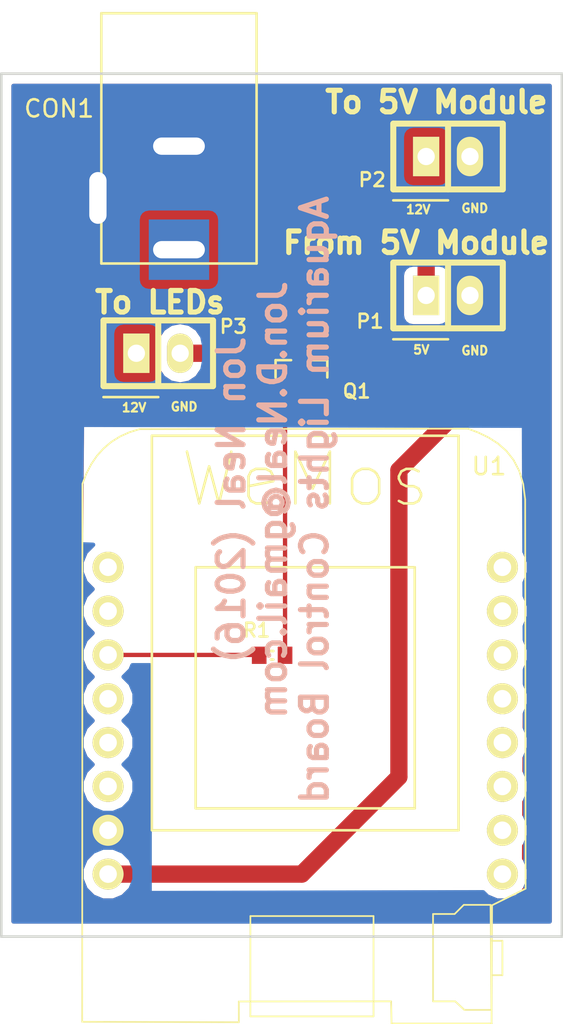
<source format=kicad_pcb>
(kicad_pcb (version 20160815) (host pcbnew "(2016-10-14 revision fc07716)-master")

  (general
    (links 11)
    (no_connects 0)
    (area 105.174999 57.331483 137.825001 117.037229)
    (thickness 1.6)
    (drawings 14)
    (tracks 27)
    (zones 0)
    (modules 7)
    (nets 20)
  )

  (page A4)
  (layers
    (0 F.Cu signal)
    (31 B.Cu signal)
    (32 B.Adhes user)
    (33 F.Adhes user)
    (34 B.Paste user)
    (35 F.Paste user)
    (36 B.SilkS user)
    (37 F.SilkS user)
    (38 B.Mask user)
    (39 F.Mask user)
    (40 Dwgs.User user)
    (41 Cmts.User user)
    (42 Eco1.User user)
    (43 Eco2.User user)
    (44 Edge.Cuts user)
    (45 Margin user)
    (46 B.CrtYd user)
    (47 F.CrtYd user)
    (48 B.Fab user)
    (49 F.Fab user)
  )

  (setup
    (last_trace_width 0.25)
    (user_trace_width 0.5)
    (user_trace_width 1)
    (trace_clearance 0.2)
    (zone_clearance 0.508)
    (zone_45_only no)
    (trace_min 0.2)
    (segment_width 0.2)
    (edge_width 0.15)
    (via_size 0.8)
    (via_drill 0.4)
    (via_min_size 0.4)
    (via_min_drill 0.3)
    (uvia_size 0.3)
    (uvia_drill 0.1)
    (uvias_allowed no)
    (uvia_min_size 0.2)
    (uvia_min_drill 0.1)
    (pcb_text_width 0.3)
    (pcb_text_size 1.5 1.5)
    (mod_edge_width 0.15)
    (mod_text_size 1 1)
    (mod_text_width 0.15)
    (pad_size 1.524 1.524)
    (pad_drill 0.762)
    (pad_to_mask_clearance 0.2)
    (aux_axis_origin 0 0)
    (visible_elements FFFFFF7F)
    (pcbplotparams
      (layerselection 0x010f0_ffffffff)
      (usegerberextensions true)
      (excludeedgelayer true)
      (linewidth 0.100000)
      (plotframeref false)
      (viasonmask false)
      (mode 1)
      (useauxorigin false)
      (hpglpennumber 1)
      (hpglpenspeed 20)
      (hpglpendiameter 15)
      (psnegative false)
      (psa4output false)
      (plotreference true)
      (plotvalue true)
      (plotinvisibletext false)
      (padsonsilk false)
      (subtractmaskfromsilk false)
      (outputformat 1)
      (mirror false)
      (drillshape 0)
      (scaleselection 1)
      (outputdirectory gerbers/))
  )

  (net 0 "")
  (net 1 +12)
  (net 2 GND)
  (net 3 "Net-(U1-Pad9)")
  (net 4 "Net-(U1-Pad10)")
  (net 5 "Net-(U1-Pad11)")
  (net 6 "Net-(U1-Pad12)")
  (net 7 "Net-(U1-Pad13)")
  (net 8 "Net-(U1-Pad14)")
  (net 9 "Net-(U1-Pad15)")
  (net 10 "Net-(U1-Pad16)")
  (net 11 +5)
  (net 12 "Net-(U1-Pad3)")
  (net 13 "Net-(U1-Pad4)")
  (net 14 "Net-(U1-Pad5)")
  (net 15 /Q_Gate)
  (net 16 "Net-(U1-Pad7)")
  (net 17 "Net-(U1-Pad8)")
  (net 18 "Net-(P3-Pad2)")
  (net 19 "Net-(Q1-Pad1)")

  (net_class Default "This is the default net class."
    (clearance 0.2)
    (trace_width 0.25)
    (via_dia 0.8)
    (via_drill 0.4)
    (uvia_dia 0.3)
    (uvia_drill 0.1)
    (diff_pair_gap 0.25)
    (diff_pair_width 0.2)
    (add_net +12)
    (add_net +5)
    (add_net /Q_Gate)
    (add_net GND)
    (add_net "Net-(P3-Pad2)")
    (add_net "Net-(Q1-Pad1)")
    (add_net "Net-(U1-Pad10)")
    (add_net "Net-(U1-Pad11)")
    (add_net "Net-(U1-Pad12)")
    (add_net "Net-(U1-Pad13)")
    (add_net "Net-(U1-Pad14)")
    (add_net "Net-(U1-Pad15)")
    (add_net "Net-(U1-Pad16)")
    (add_net "Net-(U1-Pad3)")
    (add_net "Net-(U1-Pad4)")
    (add_net "Net-(U1-Pad5)")
    (add_net "Net-(U1-Pad7)")
    (add_net "Net-(U1-Pad8)")
    (add_net "Net-(U1-Pad9)")
  )

  (module wemos_d1_mini:D1_mini_board (layer F.Cu) (tedit 583A3A16) (tstamp 583C1159)
    (at 122.87 100.51)
    (path /58373469)
    (fp_text reference U1 (at 10.655 -16.01) (layer F.SilkS)
      (effects (font (size 1 1) (thickness 0.15)))
    )
    (fp_text value WeMos_mini (at -0.081586 -12.016453) (layer F.Fab)
      (effects (font (size 1 1) (thickness 0.15)))
    )
    (fp_text user WeMos (at 0 -15.24) (layer F.SilkS)
      (effects (font (size 3 3) (thickness 0.15)))
    )
    (fp_line (start -6.35 3.81) (end -6.35 -10.16) (layer F.SilkS) (width 0.15))
    (fp_line (start -6.35 -10.16) (end 6.35 -10.16) (layer F.SilkS) (width 0.15))
    (fp_line (start 6.35 -10.16) (end 6.35 3.81) (layer F.SilkS) (width 0.15))
    (fp_line (start 6.35 3.81) (end -6.35 3.81) (layer F.SilkS) (width 0.15))
    (fp_line (start -8.89 5.08) (end 8.89 5.08) (layer F.SilkS) (width 0.15))
    (fp_line (start 8.89 5.08) (end 8.89 -17.78) (layer F.SilkS) (width 0.15))
    (fp_line (start 8.89 -17.78) (end -8.89 -17.78) (layer F.SilkS) (width 0.15))
    (fp_line (start -8.89 -17.78) (end -8.89 5.08) (layer F.SilkS) (width 0.15))
    (fp_line (start 10.817472 16.277228) (end 5.00618 16.277228) (layer F.SilkS) (width 0.1))
    (fp_line (start 5.00618 16.277228) (end 4.979849 14.993795) (layer F.SilkS) (width 0.1))
    (fp_line (start 4.979849 14.993795) (end -3.851373 15.000483) (layer F.SilkS) (width 0.1))
    (fp_line (start -3.851373 15.000483) (end -3.849397 16.202736) (layer F.SilkS) (width 0.1))
    (fp_line (start -3.849397 16.202736) (end -12.930193 16.176658) (layer F.SilkS) (width 0.1))
    (fp_line (start -12.930193 16.176658) (end -12.916195 -14.993493) (layer F.SilkS) (width 0.1))
    (fp_line (start -12.916195 -14.993493) (end -12.683384 -15.596286) (layer F.SilkS) (width 0.1))
    (fp_line (start -12.683384 -15.596286) (end -12.399901 -16.141167) (layer F.SilkS) (width 0.1))
    (fp_line (start -12.399901 -16.141167) (end -12.065253 -16.627577) (layer F.SilkS) (width 0.1))
    (fp_line (start -12.065253 -16.627577) (end -11.678953 -17.054952) (layer F.SilkS) (width 0.1))
    (fp_line (start -11.678953 -17.054952) (end -11.240512 -17.422741) (layer F.SilkS) (width 0.1))
    (fp_line (start -11.240512 -17.422741) (end -10.74944 -17.730377) (layer F.SilkS) (width 0.1))
    (fp_line (start -10.74944 -17.730377) (end -10.20525 -17.97731) (layer F.SilkS) (width 0.1))
    (fp_line (start -10.20525 -17.97731) (end -9.607453 -18.162976) (layer F.SilkS) (width 0.1))
    (fp_line (start -9.607453 -18.162976) (end 9.43046 -18.191734) (layer F.SilkS) (width 0.1))
    (fp_line (start 9.43046 -18.191734) (end 10.049824 -17.957741) (layer F.SilkS) (width 0.1))
    (fp_line (start 10.049824 -17.957741) (end 10.638018 -17.673258) (layer F.SilkS) (width 0.1))
    (fp_line (start 10.638018 -17.673258) (end 11.181445 -17.323743) (layer F.SilkS) (width 0.1))
    (fp_line (start 11.181445 -17.323743) (end 11.666503 -16.894658) (layer F.SilkS) (width 0.1))
    (fp_line (start 11.666503 -16.894658) (end 12.079595 -16.37146) (layer F.SilkS) (width 0.1))
    (fp_line (start 12.079595 -16.37146) (end 12.407122 -15.739613) (layer F.SilkS) (width 0.1))
    (fp_line (start 12.407122 -15.739613) (end 12.635482 -14.984575) (layer F.SilkS) (width 0.1))
    (fp_line (start 12.635482 -14.984575) (end 12.751078 -14.091807) (layer F.SilkS) (width 0.1))
    (fp_line (start 12.751078 -14.091807) (end 12.776026 8.463285) (layer F.SilkS) (width 0.1))
    (fp_line (start 12.776026 8.463285) (end 10.83248 9.424181) (layer F.SilkS) (width 0.1))
    (fp_line (start 10.83248 9.424181) (end 10.802686 16.232524) (layer F.SilkS) (width 0.1))
    (fp_line (start -3.17965 10.051451) (end 3.959931 10.051451) (layer F.SilkS) (width 0.1))
    (fp_line (start 3.959931 10.051451) (end 3.959931 15.865188) (layer F.SilkS) (width 0.1))
    (fp_line (start 3.959931 15.865188) (end -3.17965 15.865188) (layer F.SilkS) (width 0.1))
    (fp_line (start -3.17965 15.865188) (end -3.17965 10.051451) (layer F.SilkS) (width 0.1))
    (fp_line (start 10.7436 9.402349) (end 9.191378 9.402349) (layer F.SilkS) (width 0.1))
    (fp_line (start 9.191378 9.402349) (end 8.662211 9.931515) (layer F.SilkS) (width 0.1))
    (fp_line (start 8.662211 9.931515) (end 7.40985 9.931515) (layer F.SilkS) (width 0.1))
    (fp_line (start 7.40985 9.931515) (end 7.40985 14.993876) (layer F.SilkS) (width 0.1))
    (fp_line (start 7.40985 14.993876) (end 8.697489 14.993876) (layer F.SilkS) (width 0.1))
    (fp_line (start 8.697489 14.993876) (end 9.226656 15.487765) (layer F.SilkS) (width 0.1))
    (fp_line (start 9.226656 15.487765) (end 10.796517 15.487765) (layer F.SilkS) (width 0.1))
    (fp_line (start 10.796517 15.487765) (end 10.7436 9.402349) (layer F.SilkS) (width 0.1))
    (fp_line (start 10.778878 11.483738) (end 11.431517 11.483738) (layer F.SilkS) (width 0.1))
    (fp_line (start 11.431517 11.483738) (end 11.431517 13.476932) (layer F.SilkS) (width 0.1))
    (fp_line (start 11.431517 13.476932) (end 10.814156 13.476932) (layer F.SilkS) (width 0.1))
    (pad 9 thru_hole circle (at 11.43 -10.16) (size 1.8 1.8) (drill 1.016) (layers *.Cu *.Mask F.SilkS)
      (net 3 "Net-(U1-Pad9)"))
    (pad 10 thru_hole circle (at 11.43 -7.62) (size 1.8 1.8) (drill 1.016) (layers *.Cu *.Mask F.SilkS)
      (net 4 "Net-(U1-Pad10)"))
    (pad 11 thru_hole circle (at 11.43 -5.08) (size 1.8 1.8) (drill 1.016) (layers *.Cu *.Mask F.SilkS)
      (net 5 "Net-(U1-Pad11)"))
    (pad 12 thru_hole circle (at 11.43 -2.54) (size 1.8 1.8) (drill 1.016) (layers *.Cu *.Mask F.SilkS)
      (net 6 "Net-(U1-Pad12)"))
    (pad 13 thru_hole circle (at 11.43 0) (size 1.8 1.8) (drill 1.016) (layers *.Cu *.Mask F.SilkS)
      (net 7 "Net-(U1-Pad13)"))
    (pad 14 thru_hole circle (at 11.43 2.54) (size 1.8 1.8) (drill 1.016) (layers *.Cu *.Mask F.SilkS)
      (net 8 "Net-(U1-Pad14)"))
    (pad 15 thru_hole circle (at 11.43 5.08) (size 1.8 1.8) (drill 1.016) (layers *.Cu *.Mask F.SilkS)
      (net 9 "Net-(U1-Pad15)"))
    (pad 16 thru_hole circle (at 11.43 7.62) (size 1.8 1.8) (drill 1.016) (layers *.Cu *.Mask F.SilkS)
      (net 10 "Net-(U1-Pad16)"))
    (pad 1 thru_hole circle (at -11.43 7.62) (size 1.8 1.8) (drill 1.016) (layers *.Cu *.Mask F.SilkS)
      (net 11 +5))
    (pad 2 thru_hole circle (at -11.43 5.08) (size 1.8 1.8) (drill 1.016) (layers *.Cu *.Mask F.SilkS)
      (net 2 GND))
    (pad 3 thru_hole circle (at -11.43 2.54) (size 1.8 1.8) (drill 1.016) (layers *.Cu *.Mask F.SilkS)
      (net 12 "Net-(U1-Pad3)"))
    (pad 4 thru_hole circle (at -11.43 0) (size 1.8 1.8) (drill 1.016) (layers *.Cu *.Mask F.SilkS)
      (net 13 "Net-(U1-Pad4)"))
    (pad 5 thru_hole circle (at -11.43 -2.54) (size 1.8 1.8) (drill 1.016) (layers *.Cu *.Mask F.SilkS)
      (net 14 "Net-(U1-Pad5)"))
    (pad 6 thru_hole circle (at -11.43 -5.08) (size 1.8 1.8) (drill 1.016) (layers *.Cu *.Mask F.SilkS)
      (net 15 /Q_Gate))
    (pad 7 thru_hole circle (at -11.43 -7.62) (size 1.8 1.8) (drill 1.016) (layers *.Cu *.Mask F.SilkS)
      (net 16 "Net-(U1-Pad7)"))
    (pad 8 thru_hole circle (at -11.43 -10.16) (size 1.8 1.8) (drill 1.016) (layers *.Cu *.Mask F.SilkS)
      (net 17 "Net-(U1-Pad8)"))
  )

  (module Connect:BARREL_JACK (layer F.Cu) (tedit 583A3592) (tstamp 583C1305)
    (at 115.55 65.74934 270)
    (descr "DC Barrel Jack")
    (tags "Power Jack")
    (path /5837420F)
    (fp_text reference CON1 (at -1.97434 6.95) (layer F.SilkS)
      (effects (font (size 1 1) (thickness 0.15)))
    )
    (fp_text value 5.5x2.5_BARREL_JACK (at 0 -5.99948 270) (layer F.Fab)
      (effects (font (size 1 1) (thickness 0.15)))
    )
    (fp_line (start 7.00024 -4.50088) (end -7.50062 -4.50088) (layer F.SilkS) (width 0.15))
    (fp_line (start 7.00024 4.50088) (end 7.00024 -4.50088) (layer F.SilkS) (width 0.15))
    (fp_line (start -7.50062 4.50088) (end 7.00024 4.50088) (layer F.SilkS) (width 0.15))
    (fp_line (start -7.50062 -4.50088) (end -7.50062 4.50088) (layer F.SilkS) (width 0.15))
    (fp_line (start -4.0005 -4.50088) (end -4.0005 4.50088) (layer F.SilkS) (width 0.15))
    (pad 1 thru_hole rect (at 6.20014 0 270) (size 3.50012 3.50012) (drill oval 1.00076 2.99974) (layers *.Cu *.Mask)
      (net 1 +12))
    (pad 2 thru_hole rect (at 0.20066 0 270) (size 3.50012 3.50012) (drill oval 1.00076 2.99974) (layers *.Cu *.Mask)
      (net 2 GND))
    (pad 3 thru_hole rect (at 3.2004 4.699 270) (size 3.50012 3.50012) (drill oval 2.99974 1.00076) (layers *.Cu *.Mask)
      (net 2 GND))
  )

  (module IPC7351-Nominal:RESC1608X50 (layer F.Cu) (tedit 583A3592) (tstamp 583C12DF)
    (at 120.95 95.45 180)
    (descr "Resistor,Chip;1.58mm L X 0.85mm W X 0.50mm H")
    (path /583A04C8)
    (attr smd)
    (fp_text reference R1 (at 0.9 1.45 180) (layer F.SilkS)
      (effects (font (size 0.8 0.8) (thickness 0.15)))
    )
    (fp_text value 1K (at -1 1.4 180) (layer F.Fab)
      (effects (font (size 0.5 0.5) (thickness 0.1)))
    )
    (fp_line (start -0.071 0.246) (end 0.071 0.246) (layer F.SilkS) (width 0.15))
    (fp_line (start 0.071 0.246) (end -0.071 0.246) (layer F.SilkS) (width 0.15))
    (fp_line (start -0.071 -0.246) (end 0.071 -0.246) (layer F.SilkS) (width 0.15))
    (fp_line (start 0.071 -0.246) (end -0.071 -0.246) (layer F.SilkS) (width 0.15))
    (fp_line (start -1.425 -0.75) (end 1.425 -0.75) (layer F.CrtYd) (width 0.05))
    (fp_line (start 1.425 -0.75) (end 1.425 0.75) (layer F.CrtYd) (width 0.05))
    (fp_line (start 1.425 0.75) (end -1.425 0.75) (layer F.CrtYd) (width 0.05))
    (fp_line (start -1.425 0.75) (end -1.425 -0.75) (layer F.CrtYd) (width 0.05))
    (pad 2 smd rect (at 0.75 0 180) (size 0.85 1) (layers F.Cu F.Paste F.Mask)
      (net 15 /Q_Gate))
    (pad 1 smd rect (at -0.75 0 180) (size 0.85 1) (layers F.Cu F.Paste F.Mask)
      (net 19 "Net-(Q1-Pad1)"))
    (model smd_resistors/r_0603.wrl
      (at (xyz 0 0 0))
      (scale (xyz 1 1 1))
      (rotate (xyz 0 0 0))
    )
  )

  (module conn-100mil:CONN-100MIL-M-1x2 (layer F.Cu) (tedit 583A3592) (tstamp 583C12A9)
    (at 114.35 77.95)
    (path /5839F36C)
    (fp_text reference P3 (at 4.35 -1.55) (layer F.SilkS)
      (effects (font (size 0.8 0.8) (thickness 0.15)))
    )
    (fp_text value LED_POWER (at -0.15 3.7) (layer F.Fab)
      (effects (font (size 0.8 0.8) (thickness 0.15)))
    )
    (fp_line (start -3.175 -1.905) (end 3.175 -1.905) (layer F.CrtYd) (width 0.15))
    (fp_line (start 3.175 -1.905) (end 3.175 1.905) (layer F.CrtYd) (width 0.15))
    (fp_line (start 3.175 1.905) (end -3.175 1.905) (layer F.CrtYd) (width 0.15))
    (fp_line (start -3.175 1.905) (end -3.175 -1.905) (layer F.CrtYd) (width 0.15))
    (fp_line (start -3.175 -1.905) (end 3.175 -1.905) (layer F.Fab) (width 0.15))
    (fp_line (start 3.175 -1.905) (end 3.175 1.905) (layer F.Fab) (width 0.15))
    (fp_line (start 3.175 1.905) (end -3.175 1.905) (layer F.Fab) (width 0.15))
    (fp_line (start -3.175 1.905) (end -3.175 -1.905) (layer F.Fab) (width 0.15))
    (fp_line (start -3.175 -1.905) (end 3.175 -1.905) (layer F.SilkS) (width 0.35))
    (fp_line (start 3.175 -1.905) (end 3.175 1.905) (layer F.SilkS) (width 0.35))
    (fp_line (start 3.175 1.905) (end -3.175 1.905) (layer F.SilkS) (width 0.35))
    (fp_line (start -3.175 1.905) (end -3.175 -1.905) (layer F.SilkS) (width 0.35))
    (fp_line (start 0 -1.905) (end 0 1.905) (layer F.SilkS) (width 0.35))
    (fp_line (start 0 -1.905) (end 0 1.905) (layer F.Fab) (width 0.15))
    (fp_line (start -3.175 2.54) (end 0 2.54) (layer F.SilkS) (width 0.15))
    (pad 2 thru_hole oval (at 1.27 0) (size 1.524 2.286) (drill 1) (layers *.Cu *.Mask F.SilkS)
      (net 18 "Net-(P3-Pad2)"))
    (pad 1 thru_hole rect (at -1.27 0) (size 1.524 2.286) (drill 1) (layers *.Cu *.Mask F.SilkS)
      (net 1 +12))
    (model pin_strip/pin_strip_2.wrl
      (at (xyz 0 0 0))
      (scale (xyz 1 1 1))
      (rotate (xyz 0 0 0))
    )
  )

  (module conn-100mil:CONN-100MIL-M-1x2 (layer F.Cu) (tedit 583A3592) (tstamp 583C126C)
    (at 131.15 66.55)
    (path /583A1ABC)
    (fp_text reference P2 (at -4.4 1.35) (layer F.SilkS)
      (effects (font (size 0.8 0.8) (thickness 0.15)))
    )
    (fp_text value To_5V_Module (at -0.03 -3.45) (layer F.Fab)
      (effects (font (size 0.8 0.8) (thickness 0.15)))
    )
    (fp_line (start -3.175 2.54) (end 0 2.54) (layer F.SilkS) (width 0.15))
    (fp_line (start 0 -1.905) (end 0 1.905) (layer F.Fab) (width 0.15))
    (fp_line (start 0 -1.905) (end 0 1.905) (layer F.SilkS) (width 0.35))
    (fp_line (start -3.175 1.905) (end -3.175 -1.905) (layer F.SilkS) (width 0.35))
    (fp_line (start 3.175 1.905) (end -3.175 1.905) (layer F.SilkS) (width 0.35))
    (fp_line (start 3.175 -1.905) (end 3.175 1.905) (layer F.SilkS) (width 0.35))
    (fp_line (start -3.175 -1.905) (end 3.175 -1.905) (layer F.SilkS) (width 0.35))
    (fp_line (start -3.175 1.905) (end -3.175 -1.905) (layer F.Fab) (width 0.15))
    (fp_line (start 3.175 1.905) (end -3.175 1.905) (layer F.Fab) (width 0.15))
    (fp_line (start 3.175 -1.905) (end 3.175 1.905) (layer F.Fab) (width 0.15))
    (fp_line (start -3.175 -1.905) (end 3.175 -1.905) (layer F.Fab) (width 0.15))
    (fp_line (start -3.175 1.905) (end -3.175 -1.905) (layer F.CrtYd) (width 0.15))
    (fp_line (start 3.175 1.905) (end -3.175 1.905) (layer F.CrtYd) (width 0.15))
    (fp_line (start 3.175 -1.905) (end 3.175 1.905) (layer F.CrtYd) (width 0.15))
    (fp_line (start -3.175 -1.905) (end 3.175 -1.905) (layer F.CrtYd) (width 0.15))
    (pad 1 thru_hole rect (at -1.27 0) (size 1.524 2.286) (drill 1) (layers *.Cu *.Mask F.SilkS)
      (net 1 +12))
    (pad 2 thru_hole oval (at 1.27 0) (size 1.524 2.286) (drill 1) (layers *.Cu *.Mask F.SilkS)
      (net 2 GND))
    (model pin_strip/pin_strip_2.wrl
      (at (xyz 0 0 0))
      (scale (xyz 1 1 1))
      (rotate (xyz 0 0 0))
    )
  )

  (module conn-100mil:CONN-100MIL-M-1x2 (layer F.Cu) (tedit 583A3592) (tstamp 583C122F)
    (at 131.15 74.6)
    (path /583A2300)
    (fp_text reference P1 (at -4.525 1.5) (layer F.SilkS)
      (effects (font (size 0.8 0.8) (thickness 0.15)))
    )
    (fp_text value From_5V_Module (at 0.05 3.4) (layer F.Fab)
      (effects (font (size 0.8 0.8) (thickness 0.15)))
    )
    (fp_line (start -3.175 -1.905) (end 3.175 -1.905) (layer F.CrtYd) (width 0.15))
    (fp_line (start 3.175 -1.905) (end 3.175 1.905) (layer F.CrtYd) (width 0.15))
    (fp_line (start 3.175 1.905) (end -3.175 1.905) (layer F.CrtYd) (width 0.15))
    (fp_line (start -3.175 1.905) (end -3.175 -1.905) (layer F.CrtYd) (width 0.15))
    (fp_line (start -3.175 -1.905) (end 3.175 -1.905) (layer F.Fab) (width 0.15))
    (fp_line (start 3.175 -1.905) (end 3.175 1.905) (layer F.Fab) (width 0.15))
    (fp_line (start 3.175 1.905) (end -3.175 1.905) (layer F.Fab) (width 0.15))
    (fp_line (start -3.175 1.905) (end -3.175 -1.905) (layer F.Fab) (width 0.15))
    (fp_line (start -3.175 -1.905) (end 3.175 -1.905) (layer F.SilkS) (width 0.35))
    (fp_line (start 3.175 -1.905) (end 3.175 1.905) (layer F.SilkS) (width 0.35))
    (fp_line (start 3.175 1.905) (end -3.175 1.905) (layer F.SilkS) (width 0.35))
    (fp_line (start -3.175 1.905) (end -3.175 -1.905) (layer F.SilkS) (width 0.35))
    (fp_line (start 0 -1.905) (end 0 1.905) (layer F.SilkS) (width 0.35))
    (fp_line (start 0 -1.905) (end 0 1.905) (layer F.Fab) (width 0.15))
    (fp_line (start -3.175 2.54) (end 0 2.54) (layer F.SilkS) (width 0.15))
    (pad 2 thru_hole oval (at 1.27 0) (size 1.524 2.286) (drill 1) (layers *.Cu *.Mask F.SilkS)
      (net 2 GND))
    (pad 1 thru_hole rect (at -1.27 0) (size 1.524 2.286) (drill 1) (layers *.Cu *.Mask F.SilkS)
      (net 11 +5))
    (model pin_strip/pin_strip_2.wrl
      (at (xyz 0 0 0))
      (scale (xyz 1 1 1))
      (rotate (xyz 0 0 0))
    )
  )

  (module smd-semi:SOT-23 (layer F.Cu) (tedit 583A3592) (tstamp 583C11F6)
    (at 122.65 79.05 90)
    (path /5839F0B3)
    (attr smd)
    (fp_text reference Q1 (at -1.1 3.2 180) (layer F.SilkS)
      (effects (font (size 0.8 0.8) (thickness 0.15)))
    )
    (fp_text value BSS806NE (at 3.017894 -2.783954 90) (layer F.Fab)
      (effects (font (size 0.8 0.8) (thickness 0.15)))
    )
    (fp_line (start -2 -1.75) (end 2 -1.75) (layer F.CrtYd) (width 0.15))
    (fp_line (start 2 -1.75) (end 2 1.75) (layer F.CrtYd) (width 0.15))
    (fp_line (start 2 1.75) (end -2 1.75) (layer F.CrtYd) (width 0.15))
    (fp_line (start -2 1.75) (end -2 -1.75) (layer F.CrtYd) (width 0.15))
    (fp_line (start 0.7 0.6) (end 0.7 1.5) (layer F.SilkS) (width 0.15))
    (fp_line (start 0.7 1.5) (end -0.3 1.5) (layer F.SilkS) (width 0.15))
    (fp_line (start -0.3 -1.5) (end 0.7 -1.5) (layer F.SilkS) (width 0.15))
    (fp_line (start 0.7 -1.5) (end 0.7 -0.6) (layer F.SilkS) (width 0.15))
    (fp_line (start -0.7 -1.5) (end 0.7 -1.5) (layer F.Fab) (width 0.15))
    (fp_line (start 0.7 -1.5) (end 0.7 1.5) (layer F.Fab) (width 0.15))
    (fp_line (start 0.7 1.5) (end -0.7 1.5) (layer F.Fab) (width 0.15))
    (fp_line (start -0.7 1.5) (end -0.7 -1.5) (layer F.Fab) (width 0.15))
    (pad 3 smd rect (at 1.1 0 90) (size 1.3 0.8) (layers F.Cu F.Paste F.Mask)
      (net 18 "Net-(P3-Pad2)"))
    (pad 2 smd rect (at -1.1 0.95 90) (size 1.3 0.9) (layers F.Cu F.Paste F.Mask)
      (net 2 GND))
    (pad 1 smd rect (at -1.1 -0.95 90) (size 1.3 0.9) (layers F.Cu F.Paste F.Mask)
      (net 19 "Net-(Q1-Pad1)"))
    (model smd_trans/sot23.wrl
      (at (xyz 0 0 0))
      (scale (xyz 1 1 1))
      (rotate (xyz 0 0 90))
    )
  )

  (gr_text "Jon Neal (2016)\nJon.D.Neal@gmail.com\nAquarium Lights Control Board" (at 121 86.45 90) (layer B.SilkS)
    (effects (font (size 1.5 1.5) (thickness 0.3)) (justify mirror))
  )
  (gr_text "To LEDs" (at 114.45 75) (layer F.SilkS) (tstamp 583A37E4)
    (effects (font (size 1.25 1.25) (thickness 0.3)))
  )
  (gr_text GND (at 115.85 81.05) (layer F.SilkS) (tstamp 583A36CD)
    (effects (font (size 0.5 0.5) (thickness 0.125)))
  )
  (gr_text 12V (at 112.95 81.1) (layer F.SilkS) (tstamp 583A36C5)
    (effects (font (size 0.5 0.5) (thickness 0.125)))
  )
  (gr_text GND (at 132.7 77.8) (layer F.SilkS) (tstamp 583A36A2)
    (effects (font (size 0.5 0.5) (thickness 0.125)))
  )
  (gr_text 5V (at 129.6 77.75) (layer F.SilkS)
    (effects (font (size 0.5 0.5) (thickness 0.125)))
  )
  (gr_text GND (at 132.7 69.55) (layer F.SilkS)
    (effects (font (size 0.5 0.5) (thickness 0.125)))
  )
  (gr_text 12V (at 129.425 69.625) (layer F.SilkS)
    (effects (font (size 0.5 0.5) (thickness 0.125)))
  )
  (gr_text "From 5V Module" (at 129.3 71.55) (layer F.SilkS)
    (effects (font (size 1.25 1.25) (thickness 0.3)))
  )
  (gr_text "To 5V Module" (at 130.475 63.4) (layer F.SilkS)
    (effects (font (size 1.25 1.25) (thickness 0.3)))
  )
  (gr_line (start 137.75 61.75) (end 105.25 61.75) (layer Edge.Cuts) (width 0.15))
  (gr_line (start 137.75 111.75) (end 137.75 61.75) (layer Edge.Cuts) (width 0.15))
  (gr_line (start 105.25 111.75) (end 137.75 111.75) (layer Edge.Cuts) (width 0.15))
  (gr_line (start 105.25 61.75) (end 105.25 111.75) (layer Edge.Cuts) (width 0.15))

  (segment (start 115.55 71.94948) (end 124.86152 71.94948) (width 1) (layer F.Cu) (net 1))
  (segment (start 124.86152 71.94948) (end 129.88 66.931) (width 1) (layer F.Cu) (net 1))
  (segment (start 129.88 66.931) (end 129.88 66.55) (width 1) (layer F.Cu) (net 1))
  (segment (start 113.08 77.95) (end 113.08 74.41948) (width 1) (layer F.Cu) (net 1))
  (segment (start 113.08 74.41948) (end 115.55 71.94948) (width 1) (layer F.Cu) (net 1))
  (segment (start 123.6 80.15) (end 129.013 80.15) (width 1) (layer F.Cu) (net 2))
  (segment (start 129.013 80.15) (end 132.42 76.743) (width 1) (layer F.Cu) (net 2))
  (segment (start 132.42 76.743) (end 132.42 74.6) (width 1) (layer F.Cu) (net 2))
  (segment (start 132.42 74.981) (end 132.42 74.6) (width 1) (layer F.Cu) (net 2))
  (segment (start 128.3 84.725) (end 128.3 102.5) (width 1) (layer F.Cu) (net 11))
  (segment (start 128.3 102.5) (end 122.67 108.13) (width 1) (layer F.Cu) (net 11))
  (segment (start 134.55 78.475) (end 128.3 84.725) (width 1) (layer F.Cu) (net 11))
  (segment (start 135.25 77.625) (end 134.55 78.325) (width 1) (layer F.Cu) (net 11))
  (segment (start 134.55 78.325) (end 134.55 78.475) (width 1) (layer F.Cu) (net 11))
  (segment (start 135.25 72.15) (end 135.25 77.625) (width 1) (layer F.Cu) (net 11))
  (segment (start 134.025 70.925) (end 135.25 72.15) (width 1) (layer F.Cu) (net 11))
  (segment (start 131.45 70.925) (end 134.025 70.925) (width 1) (layer F.Cu) (net 11))
  (segment (start 130.2 72.175) (end 131.45 70.925) (width 1) (layer F.Cu) (net 11))
  (segment (start 130.162 72.175) (end 130.2 72.175) (width 1) (layer F.Cu) (net 11))
  (segment (start 129.88 74.6) (end 129.88 72.457) (width 1) (layer F.Cu) (net 11))
  (segment (start 129.88 72.457) (end 130.162 72.175) (width 1) (layer F.Cu) (net 11))
  (segment (start 122.67 108.13) (end 111.44 108.13) (width 1) (layer F.Cu) (net 11))
  (segment (start 111.44 95.43) (end 120.18 95.43) (width 0.25) (layer F.Cu) (net 15))
  (segment (start 120.18 95.43) (end 120.2 95.45) (width 0.25) (layer F.Cu) (net 15))
  (segment (start 122.2 77.95) (end 122.65 77.95) (width 1) (layer F.Cu) (net 18))
  (segment (start 115.62 77.95) (end 122.2 77.95) (width 1) (layer F.Cu) (net 18))
  (segment (start 121.7 95.45) (end 121.7 80.15) (width 0.25) (layer F.Cu) (net 19))

  (zone (net 1) (net_name +12) (layer F.Cu) (tstamp 0) (hatch edge 0.508)
    (connect_pads yes (clearance 0.508))
    (min_thickness 0.254)
    (fill yes (arc_segments 16) (thermal_gap 0.508) (thermal_bridge_width 0.508))
    (polygon
      (pts
        (xy 105.4 61.95) (xy 137.5 61.95) (xy 137.5 111) (xy 105.4 111)
      )
    )
    (filled_polygon
      (pts
        (xy 137.04 110.873) (xy 105.96 110.873) (xy 105.96 88.97408) (xy 109.873003 88.97408) (xy 109.883523 89.025616)
        (xy 109.911759 89.066337) (xy 109.953429 89.093153) (xy 110.002189 89.101981) (xy 110.526542 89.09294) (xy 110.139449 89.479357)
        (xy 109.905267 90.04333) (xy 109.904735 90.653991) (xy 110.137932 91.218371) (xy 110.539182 91.620323) (xy 110.139449 92.019357)
        (xy 109.905267 92.58333) (xy 109.904735 93.193991) (xy 110.137932 93.758371) (xy 110.539182 94.160323) (xy 110.139449 94.559357)
        (xy 109.905267 95.12333) (xy 109.904735 95.733991) (xy 110.137932 96.298371) (xy 110.539182 96.700323) (xy 110.139449 97.099357)
        (xy 109.905267 97.66333) (xy 109.904735 98.273991) (xy 110.137932 98.838371) (xy 110.539182 99.240323) (xy 110.139449 99.639357)
        (xy 109.905267 100.20333) (xy 109.904735 100.813991) (xy 110.137932 101.378371) (xy 110.539182 101.780323) (xy 110.139449 102.179357)
        (xy 109.905267 102.74333) (xy 109.904735 103.353991) (xy 110.137932 103.918371) (xy 110.539182 104.320323) (xy 110.139449 104.719357)
        (xy 109.905267 105.28333) (xy 109.904735 105.893991) (xy 110.137932 106.458371) (xy 110.539182 106.860323) (xy 110.139449 107.259357)
        (xy 109.905267 107.82333) (xy 109.904735 108.433991) (xy 110.137932 108.998371) (xy 110.569357 109.430551) (xy 111.13333 109.664733)
        (xy 111.743991 109.665265) (xy 112.308371 109.432068) (xy 112.475731 109.265) (xy 122.67 109.265) (xy 122.68441 109.262134)
        (xy 133.273568 109.27449) (xy 133.429357 109.430551) (xy 133.99333 109.664733) (xy 134.603991 109.665265) (xy 135.168371 109.432068)
        (xy 135.323828 109.276882) (xy 135.424852 109.277) (xy 135.473056 109.267557) (xy 135.514385 109.240218) (xy 135.542106 109.199145)
        (xy 135.551999 109.15059) (xy 135.552472 109.048638) (xy 135.600551 109.000643) (xy 135.834733 108.43667) (xy 135.835265 107.826009)
        (xy 135.602068 107.261629) (xy 135.56096 107.220449) (xy 135.564319 106.496811) (xy 135.600551 106.460643) (xy 135.834733 105.89667)
        (xy 135.835265 105.286009) (xy 135.602068 104.721629) (xy 135.572697 104.692207) (xy 135.576166 103.944985) (xy 135.600551 103.920643)
        (xy 135.834733 103.35667) (xy 135.835265 102.746009) (xy 135.602068 102.181629) (xy 135.584435 102.163965) (xy 135.588013 101.393159)
        (xy 135.600551 101.380643) (xy 135.834733 100.81667) (xy 135.835265 100.206009) (xy 135.602068 99.641629) (xy 135.596172 99.635723)
        (xy 135.59986 98.841333) (xy 135.600551 98.840643) (xy 135.834733 98.27667) (xy 135.835265 97.666009) (xy 135.607871 97.115674)
        (xy 135.611781 96.273599) (xy 135.834733 95.73667) (xy 135.835265 95.126009) (xy 135.619532 94.603896) (xy 135.623706 93.704879)
        (xy 135.834733 93.19667) (xy 135.835265 92.586009) (xy 135.631193 92.092118) (xy 135.635631 91.13616) (xy 135.834733 90.65667)
        (xy 135.835265 90.046009) (xy 135.642854 89.58034) (xy 135.676999 82.22559) (xy 135.66762 82.1771) (xy 135.640337 82.135735)
        (xy 135.5993 82.107959) (xy 135.550757 82.098002) (xy 132.550027 82.080105) (xy 135.352566 79.277566) (xy 135.470278 79.101397)
        (xy 135.598603 78.909346) (xy 135.60551 78.874622) (xy 136.052566 78.427567) (xy 136.298603 78.059346) (xy 136.320353 77.95)
        (xy 136.385 77.625) (xy 136.385 72.15) (xy 136.367098 72.06) (xy 136.298604 71.715655) (xy 136.052566 71.347434)
        (xy 134.827566 70.122434) (xy 134.459346 69.876397) (xy 134.025 69.79) (xy 131.45 69.79) (xy 131.015654 69.876397)
        (xy 130.647434 70.122434) (xy 129.473954 71.295914) (xy 129.396849 71.347434) (xy 129.359434 71.372434) (xy 129.077434 71.654434)
        (xy 128.831397 72.022654) (xy 128.745 72.457) (xy 128.745 72.942523) (xy 128.660191 72.999191) (xy 128.519843 73.209235)
        (xy 128.47056 73.457) (xy 128.47056 75.743) (xy 128.519843 75.990765) (xy 128.660191 76.200809) (xy 128.870235 76.341157)
        (xy 129.118 76.39044) (xy 130.642 76.39044) (xy 130.889765 76.341157) (xy 131.099809 76.200809) (xy 131.240157 75.990765)
        (xy 131.282228 75.779255) (xy 131.285 75.783403) (xy 131.285 76.272868) (xy 128.542868 79.015) (xy 124.467115 79.015)
        (xy 124.297765 78.901843) (xy 124.05 78.85256) (xy 123.644953 78.85256) (xy 123.648157 78.847765) (xy 123.69744 78.6)
        (xy 123.69744 78.386087) (xy 123.698603 78.384346) (xy 123.785 77.95) (xy 123.698603 77.515654) (xy 123.69744 77.513913)
        (xy 123.69744 77.3) (xy 123.648157 77.052235) (xy 123.507809 76.842191) (xy 123.297765 76.701843) (xy 123.05 76.65256)
        (xy 122.25 76.65256) (xy 122.002235 76.701843) (xy 121.832885 76.815) (xy 116.787342 76.815) (xy 116.607828 76.546339)
        (xy 116.154609 76.243507) (xy 115.62 76.137167) (xy 115.085391 76.243507) (xy 114.632172 76.546339) (xy 114.32934 76.999558)
        (xy 114.223 77.534167) (xy 114.223 78.365833) (xy 114.32934 78.900442) (xy 114.632172 79.353661) (xy 115.085391 79.656493)
        (xy 115.62 79.762833) (xy 116.154609 79.656493) (xy 116.607828 79.353661) (xy 116.787342 79.085) (xy 120.763587 79.085)
        (xy 120.651843 79.252235) (xy 120.60256 79.5) (xy 120.60256 80.8) (xy 120.651843 81.047765) (xy 120.792191 81.257809)
        (xy 120.94 81.356573) (xy 120.94 82.01086) (xy 110.400757 81.948002) (xy 110.4 81.948) (xy 110.05 81.948)
        (xy 110.002251 81.957318) (xy 109.960851 81.984549) (xy 109.933023 82.02555) (xy 109.923003 82.07408) (xy 109.873003 88.97408)
        (xy 105.96 88.97408) (xy 105.96 67.19968) (xy 108.4535 67.19968) (xy 108.4535 70.6998) (xy 108.502783 70.947565)
        (xy 108.643131 71.157609) (xy 108.853175 71.297957) (xy 109.10094 71.34724) (xy 112.60106 71.34724) (xy 112.848825 71.297957)
        (xy 113.058869 71.157609) (xy 113.199217 70.947565) (xy 113.2485 70.6998) (xy 113.2485 68.017741) (xy 113.342131 68.157869)
        (xy 113.552175 68.298217) (xy 113.79994 68.3475) (xy 117.30006 68.3475) (xy 117.547825 68.298217) (xy 117.757869 68.157869)
        (xy 117.898217 67.947825) (xy 117.9475 67.70006) (xy 117.9475 66.134167) (xy 131.023 66.134167) (xy 131.023 66.965833)
        (xy 131.12934 67.500442) (xy 131.432172 67.953661) (xy 131.885391 68.256493) (xy 132.42 68.362833) (xy 132.954609 68.256493)
        (xy 133.407828 67.953661) (xy 133.71066 67.500442) (xy 133.817 66.965833) (xy 133.817 66.134167) (xy 133.71066 65.599558)
        (xy 133.407828 65.146339) (xy 132.954609 64.843507) (xy 132.42 64.737167) (xy 131.885391 64.843507) (xy 131.432172 65.146339)
        (xy 131.12934 65.599558) (xy 131.023 66.134167) (xy 117.9475 66.134167) (xy 117.9475 64.19994) (xy 117.898217 63.952175)
        (xy 117.757869 63.742131) (xy 117.547825 63.601783) (xy 117.30006 63.5525) (xy 113.79994 63.5525) (xy 113.552175 63.601783)
        (xy 113.342131 63.742131) (xy 113.201783 63.952175) (xy 113.1525 64.19994) (xy 113.1525 66.881999) (xy 113.058869 66.741871)
        (xy 112.848825 66.601523) (xy 112.60106 66.55224) (xy 109.10094 66.55224) (xy 108.853175 66.601523) (xy 108.643131 66.741871)
        (xy 108.502783 66.951915) (xy 108.4535 67.19968) (xy 105.96 67.19968) (xy 105.96 62.46) (xy 137.04 62.46)
      )
    )
  )
  (zone (net 2) (net_name GND) (layer B.Cu) (tstamp 0) (hatch edge 0.508)
    (connect_pads yes (clearance 0.508))
    (min_thickness 0.254)
    (fill yes (arc_segments 16) (thermal_gap 0.508) (thermal_bridge_width 0.508))
    (polygon
      (pts
        (xy 105.4 61.95) (xy 137.5 61.95) (xy 137.5 111) (xy 105.4 111)
      )
    )
    (filled_polygon
      (pts
        (xy 137.04 110.873) (xy 105.96 110.873) (xy 105.96 108.433991) (xy 109.904735 108.433991) (xy 110.137932 108.998371)
        (xy 110.569357 109.430551) (xy 111.13333 109.664733) (xy 111.743991 109.665265) (xy 112.308371 109.432068) (xy 112.740551 109.000643)
        (xy 112.974733 108.43667) (xy 112.975265 107.826009) (xy 112.742068 107.261629) (xy 112.310643 106.829449) (xy 111.74667 106.595267)
        (xy 111.136009 106.594735) (xy 110.571629 106.827932) (xy 110.139449 107.259357) (xy 109.905267 107.82333) (xy 109.904735 108.433991)
        (xy 105.96 108.433991) (xy 105.96 88.898573) (xy 109.848008 88.898573) (xy 109.856088 88.944598) (xy 109.882207 88.986709)
        (xy 109.922452 89.015619) (xy 109.970697 89.026927) (xy 110.573048 89.047346) (xy 110.571629 89.047932) (xy 110.139449 89.479357)
        (xy 109.905267 90.04333) (xy 109.904735 90.653991) (xy 110.137932 91.218371) (xy 110.539182 91.620323) (xy 110.139449 92.019357)
        (xy 109.905267 92.58333) (xy 109.904735 93.193991) (xy 110.137932 93.758371) (xy 110.539182 94.160323) (xy 110.139449 94.559357)
        (xy 109.905267 95.12333) (xy 109.904735 95.733991) (xy 110.137932 96.298371) (xy 110.539182 96.700323) (xy 110.139449 97.099357)
        (xy 109.905267 97.66333) (xy 109.904735 98.273991) (xy 110.137932 98.838371) (xy 110.539182 99.240323) (xy 110.139449 99.639357)
        (xy 109.905267 100.20333) (xy 109.904735 100.813991) (xy 110.137932 101.378371) (xy 110.539182 101.780323) (xy 110.139449 102.179357)
        (xy 109.905267 102.74333) (xy 109.904735 103.353991) (xy 110.137932 103.918371) (xy 110.569357 104.350551) (xy 111.13333 104.584733)
        (xy 111.743991 104.585265) (xy 112.308371 104.352068) (xy 112.740551 103.920643) (xy 112.974733 103.35667) (xy 112.975265 102.746009)
        (xy 112.742068 102.181629) (xy 112.340818 101.779677) (xy 112.740551 101.380643) (xy 112.974733 100.81667) (xy 112.975265 100.206009)
        (xy 112.742068 99.641629) (xy 112.340818 99.239677) (xy 112.740551 98.840643) (xy 112.974733 98.27667) (xy 112.975265 97.666009)
        (xy 112.742068 97.101629) (xy 112.340818 96.699677) (xy 112.740551 96.300643) (xy 112.854177 96.027) (xy 113.848 96.027)
        (xy 113.848 109.1) (xy 113.85778 109.148873) (xy 113.885406 109.190011) (xy 113.926672 109.217445) (xy 113.975295 109.227)
        (xy 133.181677 109.182438) (xy 133.429357 109.430551) (xy 133.99333 109.664733) (xy 134.603991 109.665265) (xy 135.168371 109.432068)
        (xy 135.423649 109.177236) (xy 135.525295 109.177) (xy 135.574039 109.16715) (xy 135.615137 109.139467) (xy 135.642513 109.098162)
        (xy 135.651999 109.049526) (xy 135.651359 108.878283) (xy 135.834733 108.43667) (xy 135.835265 107.826009) (xy 135.645716 107.367265)
        (xy 135.641958 106.360925) (xy 135.834733 105.89667) (xy 135.835265 105.286009) (xy 135.636143 104.804097) (xy 135.632556 103.843567)
        (xy 135.834733 103.35667) (xy 135.835265 102.746009) (xy 135.62657 102.240929) (xy 135.623154 101.32621) (xy 135.834733 100.81667)
        (xy 135.835265 100.206009) (xy 135.616997 99.67776) (xy 135.613752 98.808852) (xy 135.834733 98.27667) (xy 135.835265 97.666009)
        (xy 135.607424 97.114592) (xy 135.60435 96.291494) (xy 135.834733 95.73667) (xy 135.835265 95.126009) (xy 135.602068 94.561629)
        (xy 135.597874 94.557427) (xy 135.594919 93.766265) (xy 135.600551 93.760643) (xy 135.834733 93.19667) (xy 135.835265 92.586009)
        (xy 135.602068 92.021629) (xy 135.588351 92.007888) (xy 135.585467 91.2357) (xy 135.600551 91.220643) (xy 135.834733 90.65667)
        (xy 135.835265 90.046009) (xy 135.602068 89.481629) (xy 135.578829 89.45835) (xy 135.551999 82.274526) (xy 135.542429 82.226632)
        (xy 135.514981 82.185376) (xy 135.473834 82.157764) (xy 135.425252 82.148) (xy 110.225252 82.098) (xy 110.05 82.098)
        (xy 110.002721 82.107129) (xy 109.961212 82.134194) (xy 109.933221 82.175084) (xy 109.923008 82.223573) (xy 109.848008 88.898573)
        (xy 105.96 88.898573) (xy 105.96 76.807) (xy 111.67056 76.807) (xy 111.67056 79.093) (xy 111.719843 79.340765)
        (xy 111.860191 79.550809) (xy 112.070235 79.691157) (xy 112.318 79.74044) (xy 113.842 79.74044) (xy 114.089765 79.691157)
        (xy 114.299809 79.550809) (xy 114.440157 79.340765) (xy 114.482228 79.129255) (xy 114.632172 79.353661) (xy 115.085391 79.656493)
        (xy 115.62 79.762833) (xy 116.154609 79.656493) (xy 116.607828 79.353661) (xy 116.91066 78.900442) (xy 117.017 78.365833)
        (xy 117.017 77.534167) (xy 116.91066 76.999558) (xy 116.607828 76.546339) (xy 116.154609 76.243507) (xy 115.62 76.137167)
        (xy 115.085391 76.243507) (xy 114.632172 76.546339) (xy 114.482228 76.770745) (xy 114.440157 76.559235) (xy 114.299809 76.349191)
        (xy 114.089765 76.208843) (xy 113.842 76.15956) (xy 112.318 76.15956) (xy 112.070235 76.208843) (xy 111.860191 76.349191)
        (xy 111.719843 76.559235) (xy 111.67056 76.807) (xy 105.96 76.807) (xy 105.96 70.19942) (xy 113.1525 70.19942)
        (xy 113.1525 73.69954) (xy 113.201783 73.947305) (xy 113.342131 74.157349) (xy 113.552175 74.297697) (xy 113.79994 74.34698)
        (xy 117.30006 74.34698) (xy 117.547825 74.297697) (xy 117.757869 74.157349) (xy 117.898217 73.947305) (xy 117.9475 73.69954)
        (xy 117.9475 73.457) (xy 128.47056 73.457) (xy 128.47056 75.743) (xy 128.519843 75.990765) (xy 128.660191 76.200809)
        (xy 128.870235 76.341157) (xy 129.118 76.39044) (xy 130.642 76.39044) (xy 130.889765 76.341157) (xy 131.099809 76.200809)
        (xy 131.240157 75.990765) (xy 131.28944 75.743) (xy 131.28944 73.457) (xy 131.240157 73.209235) (xy 131.099809 72.999191)
        (xy 130.889765 72.858843) (xy 130.642 72.80956) (xy 129.118 72.80956) (xy 128.870235 72.858843) (xy 128.660191 72.999191)
        (xy 128.519843 73.209235) (xy 128.47056 73.457) (xy 117.9475 73.457) (xy 117.9475 70.19942) (xy 117.898217 69.951655)
        (xy 117.757869 69.741611) (xy 117.547825 69.601263) (xy 117.30006 69.55198) (xy 113.79994 69.55198) (xy 113.552175 69.601263)
        (xy 113.342131 69.741611) (xy 113.201783 69.951655) (xy 113.1525 70.19942) (xy 105.96 70.19942) (xy 105.96 65.407)
        (xy 128.47056 65.407) (xy 128.47056 67.693) (xy 128.519843 67.940765) (xy 128.660191 68.150809) (xy 128.870235 68.291157)
        (xy 129.118 68.34044) (xy 130.642 68.34044) (xy 130.889765 68.291157) (xy 131.099809 68.150809) (xy 131.240157 67.940765)
        (xy 131.28944 67.693) (xy 131.28944 65.407) (xy 131.240157 65.159235) (xy 131.099809 64.949191) (xy 130.889765 64.808843)
        (xy 130.642 64.75956) (xy 129.118 64.75956) (xy 128.870235 64.808843) (xy 128.660191 64.949191) (xy 128.519843 65.159235)
        (xy 128.47056 65.407) (xy 105.96 65.407) (xy 105.96 62.46) (xy 137.04 62.46)
      )
    )
  )
  (zone (net 0) (net_name "") (layer F.Cu) (tstamp 0) (hatch edge 0.508)
    (connect_pads yes (clearance 0.508))
    (min_thickness 0.254)
    (keepout (tracks allowed) (vias allowed) (copperpour not_allowed))
    (fill yes (arc_segments 16) (thermal_gap 0.508) (thermal_bridge_width 0.508))
    (polygon
      (pts
        (xy 110.4 82.075) (xy 135.55 82.225) (xy 135.425 109.15) (xy 114 109.125) (xy 113.975 95.9)
        (xy 111.325 95.875) (xy 111.45 88.95) (xy 110 88.975) (xy 110.05 82.075)
      )
    )
  )
  (zone (net 0) (net_name "") (layer B.Cu) (tstamp 0) (hatch edge 0.508)
    (connect_pads yes (clearance 0.508))
    (min_thickness 0.254)
    (keepout (tracks allowed) (vias allowed) (copperpour not_allowed))
    (fill yes (arc_segments 16) (thermal_gap 0.508) (thermal_bridge_width 0.508))
    (polygon
      (pts
        (xy 110.225 82.225) (xy 135.425 82.275) (xy 135.525 109.05) (xy 113.975 109.1) (xy 113.975 95.9)
        (xy 111.45 95.9) (xy 111.45 88.95) (xy 109.975 88.9) (xy 110.05 82.225)
      )
    )
  )
)

</source>
